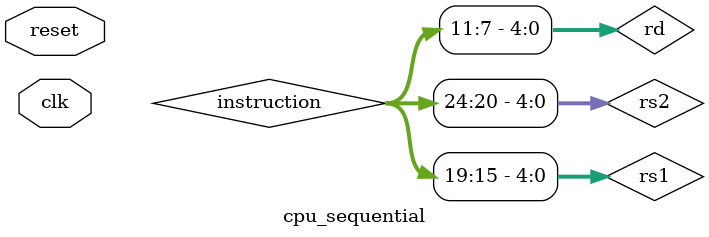
<source format=v>
`timescale 1ns/1ps

`include "modules/alu.v"
`include "modules/program_counter.v"
`include "modules/instruction_memory.v"
`include "modules/register_file.v"
`include "modules/data_memory.v"
`include "modules/control_unit.v"

module cpu_sequential(
    input clk,                  
    input reset                 
);
    // program counter wale baba
    wire [63:0] pc_next;        
    wire [63:0] pc_current;     
    
    // branch instruction ke liye
    wire [63:0] branch_target;  // jump kaha karna hai
    wire branch_taken;          // jump karna hai ya nahi
    
    // instruction fetch se aaya hua
    wire [31:0] instruction;    
    
    // control signals - CPU ko batate hai kya karna hai
    wire mem_read;              // memory se padhna hai
    wire mem_write;             // memory me likhna hai
    wire mem_to_reg;            // memory se ya ALU se value aayi hai
    wire reg_write;             // register me value store karni hai
    wire branch;                // branch instruction hai ya nahi
    wire alu_src;               // ALU me register ya immediate value use karni hai
    
    // register file ke signals
    wire [4:0] rs1;            // sourcereg
    wire [4:0] rs2;            // sourcereg
    wire [4:0] rd;             // destination regi
    wire signed [63:0] reg_write_data;    
    wire signed [63:0] reg_read_data1;    
    wire signed [63:0] reg_read_data2;    
    
    // ALU ke signals
    wire signed [63:0] alu_result;     // ALU ka final answer
    wire signed [63:0] alu_operand2;   // ALU ka dusra input (reg ya immediate value)
    wire zero;                        // ALU ka zero flag
    
    // memory ke signals
    wire signed [63:0] mem_read_data;  // memory se padhi hui value

    // Program Counter - instruction address ko track karta hai
    program_counter pc(
        .clk(clk),
        .reset(reset),
        .next_pc(pc_next),      // agli instruction ka address
        .pc(pc_current)         // current instruction ka address
    );

    // program instructions ko store karta hai
    instruction_memory imem( // REMEMBER INITIALIZED AS imem, so you can do cpu.imem.memory[0] in testbench
        .pc(pc_current),         // current PC se
        .instruction(instruction) // instruction nikalo
    );

    control_unit ctrl(
        .instruction(instruction),  // instruction decode karke
        .branch(branch),            // branch instruction hai ya nahi
        .mem_read(mem_read),        // memory se padhna hai
        .mem_to_reg(mem_to_reg),    // memory se ya ALU se value aayi hai
        .mem_write(mem_write),      // memory me likhna hai
        .alu_src(alu_src),          // ALU me register ya immediate value use karni hai
        .reg_write(reg_write)       // register me value store karni hai
    );

    // Register File ke inputs set karo
    assign rs1 = instruction[19:15];  // source register 1 ka number
    assign rs2 = instruction[24:20];  // source register 2 ka number
    assign rd = instruction[11:7];    // destination register ka number

    // Register File - CPU ke registers ko handle karta hai
    register_file reg_file(
        .clk(clk),
        .rs1(rs1),                    // pehla source register
        .rs2(rs2),                    // dusra source register
        .rd(rd),                      // destination register
        .write_data(reg_write_data),  // jo value likhni hai
        .reg_write(reg_write),        // write enable signal
        .read_data1(reg_read_data1),  // pehle register ki value
        .read_data2(reg_read_data2)   // dusre register ki value
    );

    // ALU ka dusra operand select karo
    wire [63:0] temp;
    assign temp = (instruction[6:0]==7'b0010011) ? {{53{instruction[31]}}, instruction[30:20]} : {{53{instruction[31]}},{instruction[30:25]},{instruction[11:7]}};
    assign alu_operand2 = alu_src ? temp : reg_read_data2;  // immediate ya register value
    
    // ALU - actual calculation karta hai
    alu main_alu(
        .instruction(instruction),     // instruction decode karke
        .in1(reg_read_data1),         // pehla operand
        .in2(alu_operand2),           // dusra operand
        .out(alu_result),            // result nikalo
        .zero(zero)
    );

    // PC update kaise hoga -> branch ke hisab se
    assign branch_target = pc_current + {{51{instruction[31]}}, instruction[7], instruction[30:25], instruction[11:8], 1'b0}; // calculate branch target
    assign branch_taken = branch & zero;                    // branch lena hai ya nahi
    assign pc_next = branch_taken ? branch_target : pc_current + 4;                       // next PC set karo

    // Data Memory - data store karne ke liye
    data_memory dmem( // REMEMBER INITIALIZED AS dmem, so you can do cpu.dmem.memory[0] in testbench
        .clk(clk),
        .address(alu_result),         // memory address
        .write_data(reg_read_data2),  // jo data likhna hai
        .mem_read(mem_read),          // read signal
        .mem_write(mem_write),        // write signal
        .read_data(mem_read_data)     // padha hua data
    );

    // register me value write back karo
    assign reg_write_data = mem_to_reg ? mem_read_data : alu_result;  // memory se ya ALU se value select karo

endmodule

</source>
